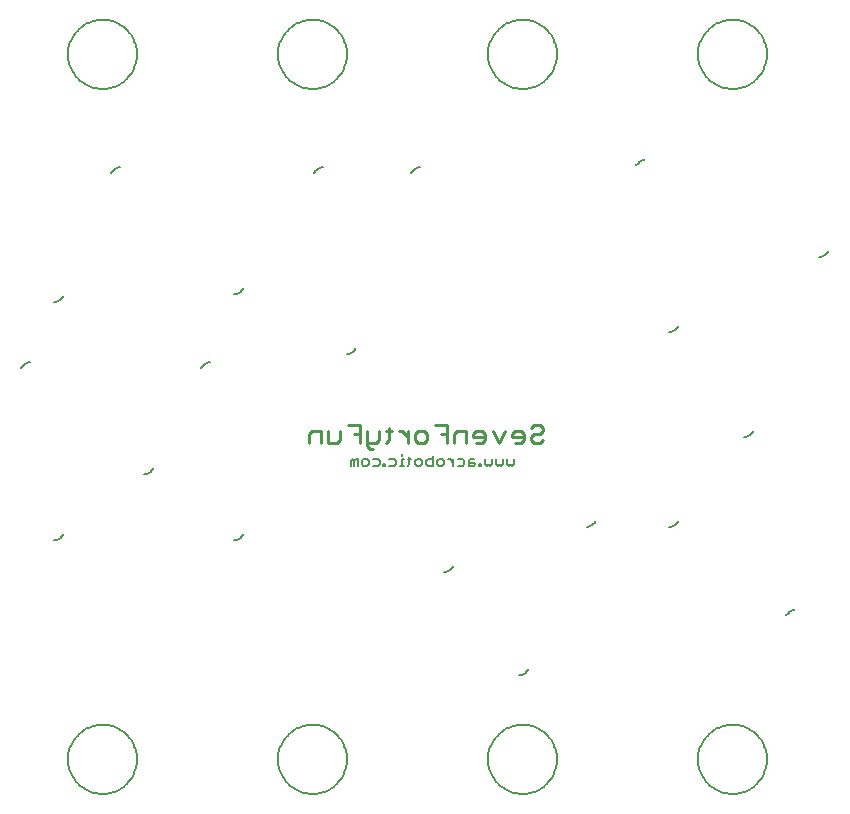
<source format=gbo>
G75*
%MOIN*%
%OFA0B0*%
%FSLAX24Y24*%
%IPPOS*%
%LPD*%
%AMOC8*
5,1,8,0,0,1.08239X$1,22.5*
%
%ADD10C,0.0110*%
%ADD11C,0.0060*%
%ADD12C,0.0080*%
%ADD13C,0.0050*%
D10*
X014264Y013180D02*
X014264Y013475D01*
X014362Y013574D01*
X014658Y013574D01*
X014658Y013180D01*
X014909Y013180D02*
X014909Y013574D01*
X015302Y013574D02*
X015302Y013278D01*
X015204Y013180D01*
X014909Y013180D01*
X015553Y013771D02*
X015947Y013771D01*
X015947Y013180D01*
X016198Y013180D02*
X016493Y013180D01*
X016591Y013278D01*
X016591Y013574D01*
X016824Y013574D02*
X017021Y013574D01*
X016923Y013672D02*
X016923Y013278D01*
X016824Y013180D01*
X016394Y012983D02*
X016296Y012983D01*
X016198Y013082D01*
X016198Y013574D01*
X015947Y013475D02*
X015750Y013475D01*
X017263Y013574D02*
X017361Y013574D01*
X017558Y013377D01*
X017558Y013180D02*
X017558Y013574D01*
X017809Y013475D02*
X017907Y013574D01*
X018104Y013574D01*
X018203Y013475D01*
X018203Y013278D01*
X018104Y013180D01*
X017907Y013180D01*
X017809Y013278D01*
X017809Y013475D01*
X018454Y013771D02*
X018847Y013771D01*
X018847Y013180D01*
X019098Y013180D02*
X019098Y013475D01*
X019197Y013574D01*
X019492Y013574D01*
X019492Y013180D01*
X019743Y013377D02*
X020136Y013377D01*
X020136Y013475D02*
X020038Y013574D01*
X019841Y013574D01*
X019743Y013475D01*
X019743Y013377D01*
X019841Y013180D02*
X020038Y013180D01*
X020136Y013278D01*
X020136Y013475D01*
X020387Y013574D02*
X020584Y013180D01*
X020781Y013574D01*
X021032Y013475D02*
X021032Y013377D01*
X021425Y013377D01*
X021425Y013475D02*
X021327Y013574D01*
X021130Y013574D01*
X021032Y013475D01*
X021130Y013180D02*
X021327Y013180D01*
X021425Y013278D01*
X021425Y013475D01*
X021676Y013377D02*
X021676Y013278D01*
X021775Y013180D01*
X021972Y013180D01*
X022070Y013278D01*
X021972Y013475D02*
X021775Y013475D01*
X021676Y013377D01*
X021676Y013672D02*
X021775Y013771D01*
X021972Y013771D01*
X022070Y013672D01*
X022070Y013574D01*
X021972Y013475D01*
X018847Y013475D02*
X018650Y013475D01*
D11*
X018394Y012745D02*
X018394Y012405D01*
X018224Y012405D01*
X018167Y012462D01*
X018167Y012575D01*
X018224Y012632D01*
X018394Y012632D01*
X018535Y012575D02*
X018592Y012632D01*
X018706Y012632D01*
X018762Y012575D01*
X018762Y012462D01*
X018706Y012405D01*
X018592Y012405D01*
X018535Y012462D01*
X018535Y012575D01*
X018899Y012632D02*
X018956Y012632D01*
X019069Y012518D01*
X019069Y012405D02*
X019069Y012632D01*
X019211Y012632D02*
X019381Y012632D01*
X019438Y012575D01*
X019438Y012462D01*
X019381Y012405D01*
X019211Y012405D01*
X019579Y012405D02*
X019749Y012405D01*
X019806Y012462D01*
X019749Y012518D01*
X019579Y012518D01*
X019579Y012575D02*
X019579Y012405D01*
X019579Y012575D02*
X019636Y012632D01*
X019749Y012632D01*
X019933Y012462D02*
X019933Y012405D01*
X019990Y012405D01*
X019990Y012462D01*
X019933Y012462D01*
X020132Y012462D02*
X020132Y012632D01*
X020132Y012462D02*
X020188Y012405D01*
X020245Y012462D01*
X020302Y012405D01*
X020358Y012462D01*
X020358Y012632D01*
X020500Y012632D02*
X020500Y012462D01*
X020557Y012405D01*
X020613Y012462D01*
X020670Y012405D01*
X020727Y012462D01*
X020727Y012632D01*
X020868Y012632D02*
X020868Y012462D01*
X020925Y012405D01*
X020982Y012462D01*
X021038Y012405D01*
X021095Y012462D01*
X021095Y012632D01*
X018026Y012575D02*
X018026Y012462D01*
X017969Y012405D01*
X017856Y012405D01*
X017799Y012462D01*
X017799Y012575D01*
X017856Y012632D01*
X017969Y012632D01*
X018026Y012575D01*
X017657Y012632D02*
X017544Y012632D01*
X017601Y012689D02*
X017601Y012462D01*
X017544Y012405D01*
X017412Y012405D02*
X017298Y012405D01*
X017355Y012405D02*
X017355Y012632D01*
X017412Y012632D01*
X017355Y012745D02*
X017355Y012802D01*
X017166Y012575D02*
X017110Y012632D01*
X016939Y012632D01*
X016798Y012462D02*
X016741Y012462D01*
X016741Y012405D01*
X016798Y012405D01*
X016798Y012462D01*
X016939Y012405D02*
X017110Y012405D01*
X017166Y012462D01*
X017166Y012575D01*
X016614Y012575D02*
X016614Y012462D01*
X016557Y012405D01*
X016387Y012405D01*
X016246Y012462D02*
X016189Y012405D01*
X016075Y012405D01*
X016019Y012462D01*
X016019Y012575D01*
X016075Y012632D01*
X016189Y012632D01*
X016246Y012575D01*
X016246Y012462D01*
X016387Y012632D02*
X016557Y012632D01*
X016614Y012575D01*
X015877Y012632D02*
X015820Y012632D01*
X015764Y012575D01*
X015707Y012632D01*
X015650Y012575D01*
X015650Y012405D01*
X015764Y012405D02*
X015764Y012575D01*
X015877Y012632D02*
X015877Y012405D01*
D12*
X018775Y008875D02*
X018812Y008883D01*
X018847Y008893D01*
X018882Y008907D01*
X018915Y008923D01*
X018947Y008942D01*
X018977Y008964D01*
X019005Y008989D01*
X019031Y009015D01*
X019054Y009044D01*
X019075Y009075D01*
X021575Y005625D02*
X021554Y005594D01*
X021531Y005565D01*
X021505Y005539D01*
X021477Y005514D01*
X021447Y005492D01*
X021415Y005473D01*
X021382Y005457D01*
X021347Y005443D01*
X021312Y005433D01*
X021275Y005425D01*
X023525Y010375D02*
X023562Y010383D01*
X023597Y010393D01*
X023632Y010407D01*
X023665Y010423D01*
X023697Y010442D01*
X023727Y010464D01*
X023755Y010489D01*
X023781Y010515D01*
X023804Y010544D01*
X023825Y010575D01*
X026275Y010375D02*
X026312Y010383D01*
X026347Y010393D01*
X026382Y010407D01*
X026415Y010423D01*
X026447Y010442D01*
X026477Y010464D01*
X026505Y010489D01*
X026531Y010515D01*
X026554Y010544D01*
X026575Y010575D01*
X030175Y007425D02*
X030196Y007456D01*
X030219Y007485D01*
X030245Y007511D01*
X030273Y007536D01*
X030303Y007558D01*
X030335Y007577D01*
X030368Y007593D01*
X030403Y007607D01*
X030438Y007617D01*
X030475Y007625D01*
X028775Y013375D02*
X028812Y013383D01*
X028847Y013393D01*
X028882Y013407D01*
X028915Y013423D01*
X028947Y013442D01*
X028977Y013464D01*
X029005Y013489D01*
X029031Y013515D01*
X029054Y013544D01*
X029075Y013575D01*
X026575Y017075D02*
X026554Y017044D01*
X026531Y017015D01*
X026505Y016989D01*
X026477Y016964D01*
X026447Y016942D01*
X026415Y016923D01*
X026382Y016907D01*
X026347Y016893D01*
X026312Y016883D01*
X026275Y016875D01*
X031275Y019375D02*
X031312Y019383D01*
X031347Y019393D01*
X031382Y019407D01*
X031415Y019423D01*
X031447Y019442D01*
X031477Y019464D01*
X031505Y019489D01*
X031531Y019515D01*
X031554Y019544D01*
X031575Y019575D01*
X025475Y022625D02*
X025438Y022617D01*
X025403Y022607D01*
X025368Y022593D01*
X025335Y022577D01*
X025303Y022558D01*
X025273Y022536D01*
X025245Y022511D01*
X025219Y022485D01*
X025196Y022456D01*
X025175Y022425D01*
X017975Y022375D02*
X017938Y022367D01*
X017903Y022357D01*
X017868Y022343D01*
X017835Y022327D01*
X017803Y022308D01*
X017773Y022286D01*
X017745Y022261D01*
X017719Y022235D01*
X017696Y022206D01*
X017675Y022175D01*
X014725Y022375D02*
X014688Y022367D01*
X014653Y022357D01*
X014618Y022343D01*
X014585Y022327D01*
X014553Y022308D01*
X014523Y022286D01*
X014495Y022261D01*
X014469Y022235D01*
X014446Y022206D01*
X014425Y022175D01*
X012075Y018325D02*
X012054Y018294D01*
X012031Y018265D01*
X012005Y018239D01*
X011977Y018214D01*
X011947Y018192D01*
X011915Y018173D01*
X011882Y018157D01*
X011847Y018143D01*
X011812Y018133D01*
X011775Y018125D01*
X010975Y015875D02*
X010938Y015867D01*
X010903Y015857D01*
X010868Y015843D01*
X010835Y015827D01*
X010803Y015808D01*
X010773Y015786D01*
X010745Y015761D01*
X010719Y015735D01*
X010696Y015706D01*
X010675Y015675D01*
X009075Y012325D02*
X009054Y012294D01*
X009031Y012265D01*
X009005Y012239D01*
X008977Y012214D01*
X008947Y012192D01*
X008915Y012173D01*
X008882Y012157D01*
X008847Y012143D01*
X008812Y012133D01*
X008775Y012125D01*
X011775Y009925D02*
X011812Y009933D01*
X011847Y009943D01*
X011882Y009957D01*
X011915Y009973D01*
X011947Y009992D01*
X011977Y010014D01*
X012005Y010039D01*
X012031Y010065D01*
X012054Y010094D01*
X012075Y010125D01*
X006075Y010125D02*
X006054Y010094D01*
X006031Y010065D01*
X006005Y010039D01*
X005977Y010014D01*
X005947Y009992D01*
X005915Y009973D01*
X005882Y009957D01*
X005847Y009943D01*
X005812Y009933D01*
X005775Y009925D01*
X004675Y015675D02*
X004696Y015706D01*
X004719Y015735D01*
X004745Y015761D01*
X004773Y015786D01*
X004803Y015808D01*
X004835Y015827D01*
X004868Y015843D01*
X004903Y015857D01*
X004938Y015867D01*
X004975Y015875D01*
X005775Y017875D02*
X005812Y017883D01*
X005847Y017893D01*
X005882Y017907D01*
X005915Y017923D01*
X005947Y017942D01*
X005977Y017964D01*
X006005Y017989D01*
X006031Y018015D01*
X006054Y018044D01*
X006075Y018075D01*
X007675Y022175D02*
X007696Y022206D01*
X007719Y022235D01*
X007745Y022261D01*
X007773Y022286D01*
X007803Y022308D01*
X007835Y022327D01*
X007868Y022343D01*
X007903Y022357D01*
X007938Y022367D01*
X007975Y022375D01*
X015525Y016125D02*
X015562Y016133D01*
X015597Y016143D01*
X015632Y016157D01*
X015665Y016173D01*
X015697Y016192D01*
X015727Y016214D01*
X015755Y016239D01*
X015781Y016265D01*
X015804Y016294D01*
X015825Y016325D01*
D13*
X006225Y002625D02*
X006227Y002692D01*
X006233Y002760D01*
X006243Y002827D01*
X006257Y002893D01*
X006274Y002958D01*
X006296Y003022D01*
X006321Y003085D01*
X006350Y003146D01*
X006382Y003205D01*
X006418Y003262D01*
X006457Y003317D01*
X006499Y003370D01*
X006544Y003420D01*
X006592Y003467D01*
X006643Y003512D01*
X006696Y003553D01*
X006752Y003592D01*
X006810Y003627D01*
X006870Y003658D01*
X006931Y003686D01*
X006994Y003710D01*
X007058Y003731D01*
X007124Y003747D01*
X007190Y003760D01*
X007257Y003769D01*
X007324Y003774D01*
X007392Y003775D01*
X007459Y003772D01*
X007526Y003765D01*
X007593Y003754D01*
X007659Y003739D01*
X007724Y003721D01*
X007788Y003698D01*
X007850Y003672D01*
X007911Y003643D01*
X007969Y003609D01*
X008026Y003573D01*
X008081Y003533D01*
X008133Y003490D01*
X008182Y003444D01*
X008229Y003395D01*
X008273Y003344D01*
X008313Y003290D01*
X008351Y003234D01*
X008385Y003175D01*
X008415Y003115D01*
X008442Y003053D01*
X008466Y002990D01*
X008485Y002925D01*
X008501Y002860D01*
X008513Y002793D01*
X008521Y002726D01*
X008525Y002659D01*
X008525Y002591D01*
X008521Y002524D01*
X008513Y002457D01*
X008501Y002390D01*
X008485Y002325D01*
X008466Y002260D01*
X008442Y002197D01*
X008415Y002135D01*
X008385Y002075D01*
X008351Y002016D01*
X008313Y001960D01*
X008273Y001906D01*
X008229Y001855D01*
X008182Y001806D01*
X008133Y001760D01*
X008081Y001717D01*
X008026Y001677D01*
X007969Y001641D01*
X007911Y001607D01*
X007850Y001578D01*
X007788Y001552D01*
X007724Y001529D01*
X007659Y001511D01*
X007593Y001496D01*
X007526Y001485D01*
X007459Y001478D01*
X007392Y001475D01*
X007324Y001476D01*
X007257Y001481D01*
X007190Y001490D01*
X007124Y001503D01*
X007058Y001519D01*
X006994Y001540D01*
X006931Y001564D01*
X006870Y001592D01*
X006810Y001623D01*
X006752Y001658D01*
X006696Y001697D01*
X006643Y001738D01*
X006592Y001783D01*
X006544Y001830D01*
X006499Y001880D01*
X006457Y001933D01*
X006418Y001988D01*
X006382Y002045D01*
X006350Y002104D01*
X006321Y002165D01*
X006296Y002228D01*
X006274Y002292D01*
X006257Y002357D01*
X006243Y002423D01*
X006233Y002490D01*
X006227Y002558D01*
X006225Y002625D01*
X013225Y002625D02*
X013227Y002692D01*
X013233Y002760D01*
X013243Y002827D01*
X013257Y002893D01*
X013274Y002958D01*
X013296Y003022D01*
X013321Y003085D01*
X013350Y003146D01*
X013382Y003205D01*
X013418Y003262D01*
X013457Y003317D01*
X013499Y003370D01*
X013544Y003420D01*
X013592Y003467D01*
X013643Y003512D01*
X013696Y003553D01*
X013752Y003592D01*
X013810Y003627D01*
X013870Y003658D01*
X013931Y003686D01*
X013994Y003710D01*
X014058Y003731D01*
X014124Y003747D01*
X014190Y003760D01*
X014257Y003769D01*
X014324Y003774D01*
X014392Y003775D01*
X014459Y003772D01*
X014526Y003765D01*
X014593Y003754D01*
X014659Y003739D01*
X014724Y003721D01*
X014788Y003698D01*
X014850Y003672D01*
X014911Y003643D01*
X014969Y003609D01*
X015026Y003573D01*
X015081Y003533D01*
X015133Y003490D01*
X015182Y003444D01*
X015229Y003395D01*
X015273Y003344D01*
X015313Y003290D01*
X015351Y003234D01*
X015385Y003175D01*
X015415Y003115D01*
X015442Y003053D01*
X015466Y002990D01*
X015485Y002925D01*
X015501Y002860D01*
X015513Y002793D01*
X015521Y002726D01*
X015525Y002659D01*
X015525Y002591D01*
X015521Y002524D01*
X015513Y002457D01*
X015501Y002390D01*
X015485Y002325D01*
X015466Y002260D01*
X015442Y002197D01*
X015415Y002135D01*
X015385Y002075D01*
X015351Y002016D01*
X015313Y001960D01*
X015273Y001906D01*
X015229Y001855D01*
X015182Y001806D01*
X015133Y001760D01*
X015081Y001717D01*
X015026Y001677D01*
X014969Y001641D01*
X014911Y001607D01*
X014850Y001578D01*
X014788Y001552D01*
X014724Y001529D01*
X014659Y001511D01*
X014593Y001496D01*
X014526Y001485D01*
X014459Y001478D01*
X014392Y001475D01*
X014324Y001476D01*
X014257Y001481D01*
X014190Y001490D01*
X014124Y001503D01*
X014058Y001519D01*
X013994Y001540D01*
X013931Y001564D01*
X013870Y001592D01*
X013810Y001623D01*
X013752Y001658D01*
X013696Y001697D01*
X013643Y001738D01*
X013592Y001783D01*
X013544Y001830D01*
X013499Y001880D01*
X013457Y001933D01*
X013418Y001988D01*
X013382Y002045D01*
X013350Y002104D01*
X013321Y002165D01*
X013296Y002228D01*
X013274Y002292D01*
X013257Y002357D01*
X013243Y002423D01*
X013233Y002490D01*
X013227Y002558D01*
X013225Y002625D01*
X020225Y002625D02*
X020227Y002692D01*
X020233Y002760D01*
X020243Y002827D01*
X020257Y002893D01*
X020274Y002958D01*
X020296Y003022D01*
X020321Y003085D01*
X020350Y003146D01*
X020382Y003205D01*
X020418Y003262D01*
X020457Y003317D01*
X020499Y003370D01*
X020544Y003420D01*
X020592Y003467D01*
X020643Y003512D01*
X020696Y003553D01*
X020752Y003592D01*
X020810Y003627D01*
X020870Y003658D01*
X020931Y003686D01*
X020994Y003710D01*
X021058Y003731D01*
X021124Y003747D01*
X021190Y003760D01*
X021257Y003769D01*
X021324Y003774D01*
X021392Y003775D01*
X021459Y003772D01*
X021526Y003765D01*
X021593Y003754D01*
X021659Y003739D01*
X021724Y003721D01*
X021788Y003698D01*
X021850Y003672D01*
X021911Y003643D01*
X021969Y003609D01*
X022026Y003573D01*
X022081Y003533D01*
X022133Y003490D01*
X022182Y003444D01*
X022229Y003395D01*
X022273Y003344D01*
X022313Y003290D01*
X022351Y003234D01*
X022385Y003175D01*
X022415Y003115D01*
X022442Y003053D01*
X022466Y002990D01*
X022485Y002925D01*
X022501Y002860D01*
X022513Y002793D01*
X022521Y002726D01*
X022525Y002659D01*
X022525Y002591D01*
X022521Y002524D01*
X022513Y002457D01*
X022501Y002390D01*
X022485Y002325D01*
X022466Y002260D01*
X022442Y002197D01*
X022415Y002135D01*
X022385Y002075D01*
X022351Y002016D01*
X022313Y001960D01*
X022273Y001906D01*
X022229Y001855D01*
X022182Y001806D01*
X022133Y001760D01*
X022081Y001717D01*
X022026Y001677D01*
X021969Y001641D01*
X021911Y001607D01*
X021850Y001578D01*
X021788Y001552D01*
X021724Y001529D01*
X021659Y001511D01*
X021593Y001496D01*
X021526Y001485D01*
X021459Y001478D01*
X021392Y001475D01*
X021324Y001476D01*
X021257Y001481D01*
X021190Y001490D01*
X021124Y001503D01*
X021058Y001519D01*
X020994Y001540D01*
X020931Y001564D01*
X020870Y001592D01*
X020810Y001623D01*
X020752Y001658D01*
X020696Y001697D01*
X020643Y001738D01*
X020592Y001783D01*
X020544Y001830D01*
X020499Y001880D01*
X020457Y001933D01*
X020418Y001988D01*
X020382Y002045D01*
X020350Y002104D01*
X020321Y002165D01*
X020296Y002228D01*
X020274Y002292D01*
X020257Y002357D01*
X020243Y002423D01*
X020233Y002490D01*
X020227Y002558D01*
X020225Y002625D01*
X027225Y002625D02*
X027227Y002692D01*
X027233Y002760D01*
X027243Y002827D01*
X027257Y002893D01*
X027274Y002958D01*
X027296Y003022D01*
X027321Y003085D01*
X027350Y003146D01*
X027382Y003205D01*
X027418Y003262D01*
X027457Y003317D01*
X027499Y003370D01*
X027544Y003420D01*
X027592Y003467D01*
X027643Y003512D01*
X027696Y003553D01*
X027752Y003592D01*
X027810Y003627D01*
X027870Y003658D01*
X027931Y003686D01*
X027994Y003710D01*
X028058Y003731D01*
X028124Y003747D01*
X028190Y003760D01*
X028257Y003769D01*
X028324Y003774D01*
X028392Y003775D01*
X028459Y003772D01*
X028526Y003765D01*
X028593Y003754D01*
X028659Y003739D01*
X028724Y003721D01*
X028788Y003698D01*
X028850Y003672D01*
X028911Y003643D01*
X028969Y003609D01*
X029026Y003573D01*
X029081Y003533D01*
X029133Y003490D01*
X029182Y003444D01*
X029229Y003395D01*
X029273Y003344D01*
X029313Y003290D01*
X029351Y003234D01*
X029385Y003175D01*
X029415Y003115D01*
X029442Y003053D01*
X029466Y002990D01*
X029485Y002925D01*
X029501Y002860D01*
X029513Y002793D01*
X029521Y002726D01*
X029525Y002659D01*
X029525Y002591D01*
X029521Y002524D01*
X029513Y002457D01*
X029501Y002390D01*
X029485Y002325D01*
X029466Y002260D01*
X029442Y002197D01*
X029415Y002135D01*
X029385Y002075D01*
X029351Y002016D01*
X029313Y001960D01*
X029273Y001906D01*
X029229Y001855D01*
X029182Y001806D01*
X029133Y001760D01*
X029081Y001717D01*
X029026Y001677D01*
X028969Y001641D01*
X028911Y001607D01*
X028850Y001578D01*
X028788Y001552D01*
X028724Y001529D01*
X028659Y001511D01*
X028593Y001496D01*
X028526Y001485D01*
X028459Y001478D01*
X028392Y001475D01*
X028324Y001476D01*
X028257Y001481D01*
X028190Y001490D01*
X028124Y001503D01*
X028058Y001519D01*
X027994Y001540D01*
X027931Y001564D01*
X027870Y001592D01*
X027810Y001623D01*
X027752Y001658D01*
X027696Y001697D01*
X027643Y001738D01*
X027592Y001783D01*
X027544Y001830D01*
X027499Y001880D01*
X027457Y001933D01*
X027418Y001988D01*
X027382Y002045D01*
X027350Y002104D01*
X027321Y002165D01*
X027296Y002228D01*
X027274Y002292D01*
X027257Y002357D01*
X027243Y002423D01*
X027233Y002490D01*
X027227Y002558D01*
X027225Y002625D01*
X027225Y026125D02*
X027227Y026192D01*
X027233Y026260D01*
X027243Y026327D01*
X027257Y026393D01*
X027274Y026458D01*
X027296Y026522D01*
X027321Y026585D01*
X027350Y026646D01*
X027382Y026705D01*
X027418Y026762D01*
X027457Y026817D01*
X027499Y026870D01*
X027544Y026920D01*
X027592Y026967D01*
X027643Y027012D01*
X027696Y027053D01*
X027752Y027092D01*
X027810Y027127D01*
X027870Y027158D01*
X027931Y027186D01*
X027994Y027210D01*
X028058Y027231D01*
X028124Y027247D01*
X028190Y027260D01*
X028257Y027269D01*
X028324Y027274D01*
X028392Y027275D01*
X028459Y027272D01*
X028526Y027265D01*
X028593Y027254D01*
X028659Y027239D01*
X028724Y027221D01*
X028788Y027198D01*
X028850Y027172D01*
X028911Y027143D01*
X028969Y027109D01*
X029026Y027073D01*
X029081Y027033D01*
X029133Y026990D01*
X029182Y026944D01*
X029229Y026895D01*
X029273Y026844D01*
X029313Y026790D01*
X029351Y026734D01*
X029385Y026675D01*
X029415Y026615D01*
X029442Y026553D01*
X029466Y026490D01*
X029485Y026425D01*
X029501Y026360D01*
X029513Y026293D01*
X029521Y026226D01*
X029525Y026159D01*
X029525Y026091D01*
X029521Y026024D01*
X029513Y025957D01*
X029501Y025890D01*
X029485Y025825D01*
X029466Y025760D01*
X029442Y025697D01*
X029415Y025635D01*
X029385Y025575D01*
X029351Y025516D01*
X029313Y025460D01*
X029273Y025406D01*
X029229Y025355D01*
X029182Y025306D01*
X029133Y025260D01*
X029081Y025217D01*
X029026Y025177D01*
X028969Y025141D01*
X028911Y025107D01*
X028850Y025078D01*
X028788Y025052D01*
X028724Y025029D01*
X028659Y025011D01*
X028593Y024996D01*
X028526Y024985D01*
X028459Y024978D01*
X028392Y024975D01*
X028324Y024976D01*
X028257Y024981D01*
X028190Y024990D01*
X028124Y025003D01*
X028058Y025019D01*
X027994Y025040D01*
X027931Y025064D01*
X027870Y025092D01*
X027810Y025123D01*
X027752Y025158D01*
X027696Y025197D01*
X027643Y025238D01*
X027592Y025283D01*
X027544Y025330D01*
X027499Y025380D01*
X027457Y025433D01*
X027418Y025488D01*
X027382Y025545D01*
X027350Y025604D01*
X027321Y025665D01*
X027296Y025728D01*
X027274Y025792D01*
X027257Y025857D01*
X027243Y025923D01*
X027233Y025990D01*
X027227Y026058D01*
X027225Y026125D01*
X020225Y026125D02*
X020227Y026192D01*
X020233Y026260D01*
X020243Y026327D01*
X020257Y026393D01*
X020274Y026458D01*
X020296Y026522D01*
X020321Y026585D01*
X020350Y026646D01*
X020382Y026705D01*
X020418Y026762D01*
X020457Y026817D01*
X020499Y026870D01*
X020544Y026920D01*
X020592Y026967D01*
X020643Y027012D01*
X020696Y027053D01*
X020752Y027092D01*
X020810Y027127D01*
X020870Y027158D01*
X020931Y027186D01*
X020994Y027210D01*
X021058Y027231D01*
X021124Y027247D01*
X021190Y027260D01*
X021257Y027269D01*
X021324Y027274D01*
X021392Y027275D01*
X021459Y027272D01*
X021526Y027265D01*
X021593Y027254D01*
X021659Y027239D01*
X021724Y027221D01*
X021788Y027198D01*
X021850Y027172D01*
X021911Y027143D01*
X021969Y027109D01*
X022026Y027073D01*
X022081Y027033D01*
X022133Y026990D01*
X022182Y026944D01*
X022229Y026895D01*
X022273Y026844D01*
X022313Y026790D01*
X022351Y026734D01*
X022385Y026675D01*
X022415Y026615D01*
X022442Y026553D01*
X022466Y026490D01*
X022485Y026425D01*
X022501Y026360D01*
X022513Y026293D01*
X022521Y026226D01*
X022525Y026159D01*
X022525Y026091D01*
X022521Y026024D01*
X022513Y025957D01*
X022501Y025890D01*
X022485Y025825D01*
X022466Y025760D01*
X022442Y025697D01*
X022415Y025635D01*
X022385Y025575D01*
X022351Y025516D01*
X022313Y025460D01*
X022273Y025406D01*
X022229Y025355D01*
X022182Y025306D01*
X022133Y025260D01*
X022081Y025217D01*
X022026Y025177D01*
X021969Y025141D01*
X021911Y025107D01*
X021850Y025078D01*
X021788Y025052D01*
X021724Y025029D01*
X021659Y025011D01*
X021593Y024996D01*
X021526Y024985D01*
X021459Y024978D01*
X021392Y024975D01*
X021324Y024976D01*
X021257Y024981D01*
X021190Y024990D01*
X021124Y025003D01*
X021058Y025019D01*
X020994Y025040D01*
X020931Y025064D01*
X020870Y025092D01*
X020810Y025123D01*
X020752Y025158D01*
X020696Y025197D01*
X020643Y025238D01*
X020592Y025283D01*
X020544Y025330D01*
X020499Y025380D01*
X020457Y025433D01*
X020418Y025488D01*
X020382Y025545D01*
X020350Y025604D01*
X020321Y025665D01*
X020296Y025728D01*
X020274Y025792D01*
X020257Y025857D01*
X020243Y025923D01*
X020233Y025990D01*
X020227Y026058D01*
X020225Y026125D01*
X013225Y026125D02*
X013227Y026192D01*
X013233Y026260D01*
X013243Y026327D01*
X013257Y026393D01*
X013274Y026458D01*
X013296Y026522D01*
X013321Y026585D01*
X013350Y026646D01*
X013382Y026705D01*
X013418Y026762D01*
X013457Y026817D01*
X013499Y026870D01*
X013544Y026920D01*
X013592Y026967D01*
X013643Y027012D01*
X013696Y027053D01*
X013752Y027092D01*
X013810Y027127D01*
X013870Y027158D01*
X013931Y027186D01*
X013994Y027210D01*
X014058Y027231D01*
X014124Y027247D01*
X014190Y027260D01*
X014257Y027269D01*
X014324Y027274D01*
X014392Y027275D01*
X014459Y027272D01*
X014526Y027265D01*
X014593Y027254D01*
X014659Y027239D01*
X014724Y027221D01*
X014788Y027198D01*
X014850Y027172D01*
X014911Y027143D01*
X014969Y027109D01*
X015026Y027073D01*
X015081Y027033D01*
X015133Y026990D01*
X015182Y026944D01*
X015229Y026895D01*
X015273Y026844D01*
X015313Y026790D01*
X015351Y026734D01*
X015385Y026675D01*
X015415Y026615D01*
X015442Y026553D01*
X015466Y026490D01*
X015485Y026425D01*
X015501Y026360D01*
X015513Y026293D01*
X015521Y026226D01*
X015525Y026159D01*
X015525Y026091D01*
X015521Y026024D01*
X015513Y025957D01*
X015501Y025890D01*
X015485Y025825D01*
X015466Y025760D01*
X015442Y025697D01*
X015415Y025635D01*
X015385Y025575D01*
X015351Y025516D01*
X015313Y025460D01*
X015273Y025406D01*
X015229Y025355D01*
X015182Y025306D01*
X015133Y025260D01*
X015081Y025217D01*
X015026Y025177D01*
X014969Y025141D01*
X014911Y025107D01*
X014850Y025078D01*
X014788Y025052D01*
X014724Y025029D01*
X014659Y025011D01*
X014593Y024996D01*
X014526Y024985D01*
X014459Y024978D01*
X014392Y024975D01*
X014324Y024976D01*
X014257Y024981D01*
X014190Y024990D01*
X014124Y025003D01*
X014058Y025019D01*
X013994Y025040D01*
X013931Y025064D01*
X013870Y025092D01*
X013810Y025123D01*
X013752Y025158D01*
X013696Y025197D01*
X013643Y025238D01*
X013592Y025283D01*
X013544Y025330D01*
X013499Y025380D01*
X013457Y025433D01*
X013418Y025488D01*
X013382Y025545D01*
X013350Y025604D01*
X013321Y025665D01*
X013296Y025728D01*
X013274Y025792D01*
X013257Y025857D01*
X013243Y025923D01*
X013233Y025990D01*
X013227Y026058D01*
X013225Y026125D01*
X006225Y026125D02*
X006227Y026192D01*
X006233Y026260D01*
X006243Y026327D01*
X006257Y026393D01*
X006274Y026458D01*
X006296Y026522D01*
X006321Y026585D01*
X006350Y026646D01*
X006382Y026705D01*
X006418Y026762D01*
X006457Y026817D01*
X006499Y026870D01*
X006544Y026920D01*
X006592Y026967D01*
X006643Y027012D01*
X006696Y027053D01*
X006752Y027092D01*
X006810Y027127D01*
X006870Y027158D01*
X006931Y027186D01*
X006994Y027210D01*
X007058Y027231D01*
X007124Y027247D01*
X007190Y027260D01*
X007257Y027269D01*
X007324Y027274D01*
X007392Y027275D01*
X007459Y027272D01*
X007526Y027265D01*
X007593Y027254D01*
X007659Y027239D01*
X007724Y027221D01*
X007788Y027198D01*
X007850Y027172D01*
X007911Y027143D01*
X007969Y027109D01*
X008026Y027073D01*
X008081Y027033D01*
X008133Y026990D01*
X008182Y026944D01*
X008229Y026895D01*
X008273Y026844D01*
X008313Y026790D01*
X008351Y026734D01*
X008385Y026675D01*
X008415Y026615D01*
X008442Y026553D01*
X008466Y026490D01*
X008485Y026425D01*
X008501Y026360D01*
X008513Y026293D01*
X008521Y026226D01*
X008525Y026159D01*
X008525Y026091D01*
X008521Y026024D01*
X008513Y025957D01*
X008501Y025890D01*
X008485Y025825D01*
X008466Y025760D01*
X008442Y025697D01*
X008415Y025635D01*
X008385Y025575D01*
X008351Y025516D01*
X008313Y025460D01*
X008273Y025406D01*
X008229Y025355D01*
X008182Y025306D01*
X008133Y025260D01*
X008081Y025217D01*
X008026Y025177D01*
X007969Y025141D01*
X007911Y025107D01*
X007850Y025078D01*
X007788Y025052D01*
X007724Y025029D01*
X007659Y025011D01*
X007593Y024996D01*
X007526Y024985D01*
X007459Y024978D01*
X007392Y024975D01*
X007324Y024976D01*
X007257Y024981D01*
X007190Y024990D01*
X007124Y025003D01*
X007058Y025019D01*
X006994Y025040D01*
X006931Y025064D01*
X006870Y025092D01*
X006810Y025123D01*
X006752Y025158D01*
X006696Y025197D01*
X006643Y025238D01*
X006592Y025283D01*
X006544Y025330D01*
X006499Y025380D01*
X006457Y025433D01*
X006418Y025488D01*
X006382Y025545D01*
X006350Y025604D01*
X006321Y025665D01*
X006296Y025728D01*
X006274Y025792D01*
X006257Y025857D01*
X006243Y025923D01*
X006233Y025990D01*
X006227Y026058D01*
X006225Y026125D01*
M02*

</source>
